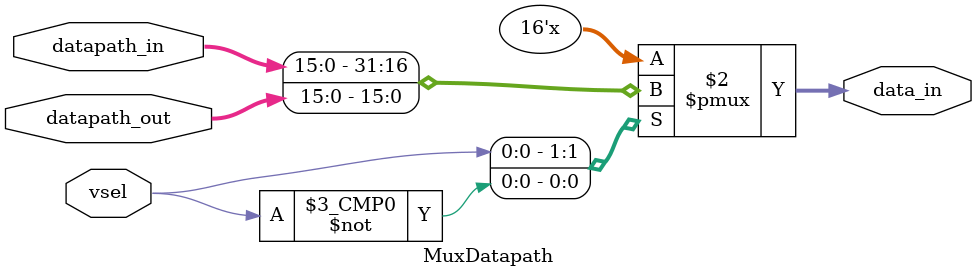
<source format=sv>
module datapath(datapath_in, vsel, writenum, write, readnum, clk, loada, loadb, 
shift, asel, bsel, ALUop, loadc, loads, Z_out, datapath_out); 
input [15:0] datapath_in; // 16 bit input for datapath
input [2:0] writenum, readnum; // 3 bit input for register block 1
input [1:0] shift, ALUop; // 2 bit input for states
input vsel, asel, bsel, clk, write, loada, loadb, loadc, loads; // 1 bit inputs
wire Z; 
output reg Z_out; // 1 bit output from block 10
output reg [15:0] datapath_out; // 16 bit output from RISC machine
wire [15:0] data_in, data_out, loada_out, loadb_out, sout, Ain, Bin, out; // connected as input and output

MuxDatapath U0 (datapath_in, datapath_out, vsel, data_in); // instantiate of input and outputs for datapath multiplexer
regfile REGFILE (data_in, writenum, write, readnum, clk, data_out); // instantiate of input and outputs for register file
loadR loadA (clk, loada, data_out, loada_out); // instantiate of input and outputs for block A
loadR loadB (clk, loadb, data_out, loadb_out); // instantiate of input and outputs for block B
shifter U4 (loadb_out, shift, sout ); // instantiate of input and outputs for shifter
MuxA U5 (asel, loada_out, Ain); // instantiate of input and outputs for multiplexer A
MuxB U6 ({11'b0, datapath_in[4:0]}, bsel, sout, Bin); // instantiate of input and outputs for multiplexer B
ALU U7 (Ain, Bin, ALUop, out, Z); // instantiate of input and outputs for ALU
loadR loadstatus (clk, loads, Z, Z_out); // instantiate of input and outputs for block status
loadR loadC (clk, loadc, out, datapath_out); // instantiate of input and outputs for block C

endmodule

module loadR(clk, en, data_out, loadR_out); // inputs and outputs of module
 input clk, en ; // cloak and selector
 input [15:0] data_out; // data input from previous outputs
 output [15:0] loadR_out; // data output of block
 reg [15:0] loadR_out; // set output as register
 wire [15:0] next_out;
 assign next_out = en ? data_out : loadR_out; // if selector is true, next_out equals data_out, otherwise it equals loadr_out
 always @(posedge clk) // when there is a rising edge of cloak
 loadR_out = next_out; // sets output value into output
endmodule

module MuxA(asel, loada_out, Ain); // inputs and outputs of module
    input [15:0] loada_out; // data output of block
    input asel; // selector for multiplexer A
    output reg [15:0] Ain; // output of multiplexer A
    always_comb begin // combinational logic block
        case (asel) // 2 states with 2 cases
            1'b1: Ain = 16'b0; // if selector is 1, Ain is 0, otherwise, Ain is loada_out
            1'b0: Ain = loada_out; // if selector is 0, Ain is output of load a block
        endcase
    end
endmodule

module MuxB(datapath_in ,bsel, sout, Bin); // inputs and outputs of module
    input [15:0] sout; // input from output of shifter block
    input [15:0] datapath_in; // 16 bit input for multiplexer B
    input bsel; // selector for multiplexer B
    output reg [15:0] Bin; // output of multiplexer B
    always_comb begin // combinational logic block
        case (bsel) // 2 states with 2 cases
            1'b1: Bin = {11'b0, datapath_in[4:0]}; // if selector b is 1, sets Bin as value of 11'b0 concatinated with datapath_in
            1'b0: Bin = sout; // if selector b is 0, sets Bin as shift output
        endcase
    end
endmodule

module MuxDatapath(datapath_in, datapath_out, vsel, data_in); // inputs and outputs of module
    input [15:0] datapath_in, datapath_out; // 16 bit inputs for datapath multiplexer
    input vsel; // 1 bit input for multiplexer selector
    output reg [15:0] data_in; // 16 bit data output from datapath multiplexer
    always_comb begin // combinational logic block
        case (vsel) // 2 cases 
            1'b1: data_in = datapath_in; // if selector is 1, data equals datapath input
            1'b0: data_in = datapath_out; // if selector is 0, data equals datapath output
        endcase
    end
endmodule
</source>
